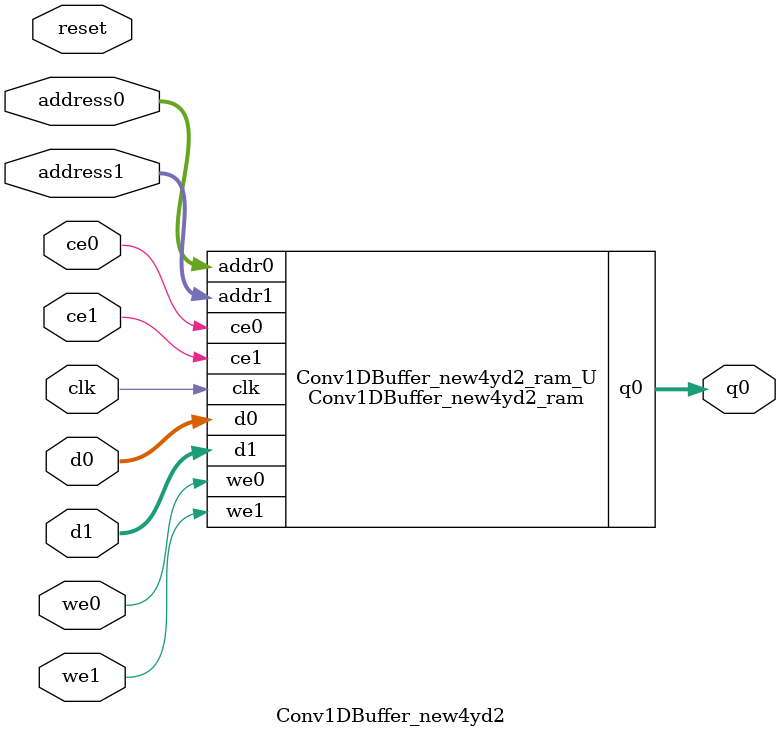
<source format=v>

`timescale 1 ns / 1 ps
module Conv1DBuffer_new4yd2_ram (addr0, ce0, d0, we0, q0, addr1, ce1, d1, we1,  clk);

parameter DWIDTH = 8;
parameter AWIDTH = 6;
parameter MEM_SIZE = 64;

input[AWIDTH-1:0] addr0;
input ce0;
input[DWIDTH-1:0] d0;
input we0;
output reg[DWIDTH-1:0] q0;
input[AWIDTH-1:0] addr1;
input ce1;
input[DWIDTH-1:0] d1;
input we1;
input clk;

(* ram_style = "block" *)reg [DWIDTH-1:0] ram[0:MEM_SIZE-1];




always @(posedge clk)  
begin 
    if (ce0) 
    begin
        if (we0) 
        begin 
            ram[addr0] <= d0; 
            q0 <= d0;
        end 
        else 
            q0 <= ram[addr0];
    end
end


always @(posedge clk)  
begin 
    if (ce1) 
    begin
        if (we1) 
        begin 
            ram[addr1] <= d1; 
        end 
    end
end


endmodule


`timescale 1 ns / 1 ps
module Conv1DBuffer_new4yd2(
    reset,
    clk,
    address0,
    ce0,
    we0,
    d0,
    q0,
    address1,
    ce1,
    we1,
    d1);

parameter DataWidth = 32'd8;
parameter AddressRange = 32'd64;
parameter AddressWidth = 32'd6;
input reset;
input clk;
input[AddressWidth - 1:0] address0;
input ce0;
input we0;
input[DataWidth - 1:0] d0;
output[DataWidth - 1:0] q0;
input[AddressWidth - 1:0] address1;
input ce1;
input we1;
input[DataWidth - 1:0] d1;



Conv1DBuffer_new4yd2_ram Conv1DBuffer_new4yd2_ram_U(
    .clk( clk ),
    .addr0( address0 ),
    .ce0( ce0 ),
    .we0( we0 ),
    .d0( d0 ),
    .q0( q0 ),
    .addr1( address1 ),
    .ce1( ce1 ),
    .we1( we1 ),
    .d1( d1 ));

endmodule


</source>
